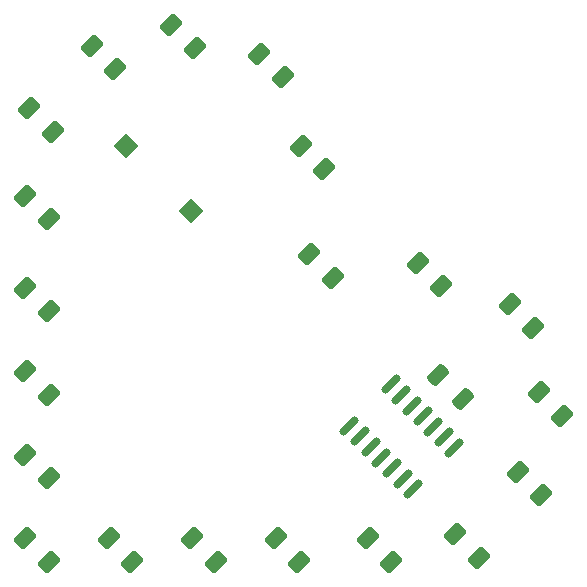
<source format=gbp>
%TF.GenerationSoftware,KiCad,Pcbnew,8.0.4*%
%TF.CreationDate,2024-08-07T01:10:06-04:00*%
%TF.ProjectId,heart-sao,68656172-742d-4736-916f-2e6b69636164,rev?*%
%TF.SameCoordinates,Original*%
%TF.FileFunction,Paste,Bot*%
%TF.FilePolarity,Positive*%
%FSLAX46Y46*%
G04 Gerber Fmt 4.6, Leading zero omitted, Abs format (unit mm)*
G04 Created by KiCad (PCBNEW 8.0.4) date 2024-08-07 01:10:06*
%MOMM*%
%LPD*%
G01*
G04 APERTURE LIST*
G04 Aperture macros list*
%AMRoundRect*
0 Rectangle with rounded corners*
0 $1 Rounding radius*
0 $2 $3 $4 $5 $6 $7 $8 $9 X,Y pos of 4 corners*
0 Add a 4 corners polygon primitive as box body*
4,1,4,$2,$3,$4,$5,$6,$7,$8,$9,$2,$3,0*
0 Add four circle primitives for the rounded corners*
1,1,$1+$1,$2,$3*
1,1,$1+$1,$4,$5*
1,1,$1+$1,$6,$7*
1,1,$1+$1,$8,$9*
0 Add four rect primitives between the rounded corners*
20,1,$1+$1,$2,$3,$4,$5,0*
20,1,$1+$1,$4,$5,$6,$7,0*
20,1,$1+$1,$6,$7,$8,$9,0*
20,1,$1+$1,$8,$9,$2,$3,0*%
%AMRotRect*
0 Rectangle, with rotation*
0 The origin of the aperture is its center*
0 $1 length*
0 $2 width*
0 $3 Rotation angle, in degrees counterclockwise*
0 Add horizontal line*
21,1,$1,$2,0,0,$3*%
G04 Aperture macros list end*
%ADD10RoundRect,0.250000X-0.707107X-0.176777X-0.176777X-0.707107X0.707107X0.176777X0.176777X0.707107X0*%
%ADD11RoundRect,0.250000X-0.689429X-0.229810X-0.229810X-0.689429X0.689429X0.229810X0.229810X0.689429X0*%
%ADD12RotRect,1.500000X1.500000X315.000000*%
%ADD13RoundRect,0.150000X0.477297X0.689429X-0.689429X-0.477297X-0.477297X-0.689429X0.689429X0.477297X0*%
G04 APERTURE END LIST*
D10*
%TO.C,D9*%
X139731643Y-125935310D03*
X141711541Y-127915208D03*
%TD*%
%TO.C,D2*%
X158823543Y-102600810D03*
X160803441Y-104580708D03*
%TD*%
%TO.C,D6*%
X162005543Y-125581810D03*
X163985441Y-127561708D03*
%TD*%
%TO.C,D17*%
X131246343Y-84216010D03*
X133226241Y-86195908D03*
%TD*%
D11*
%TO.C,C1*%
X160538309Y-112093676D03*
X162624275Y-114179642D03*
%TD*%
D10*
%TO.C,D20*%
X148924043Y-92701310D03*
X150903941Y-94681208D03*
%TD*%
%TO.C,D5*%
X167308843Y-120278510D03*
X169288741Y-122258408D03*
%TD*%
%TO.C,D19*%
X145388543Y-84923110D03*
X147368441Y-86903008D03*
%TD*%
D12*
%TO.C,SW1*%
X134074776Y-92701343D03*
X139590208Y-98216775D03*
%TD*%
D10*
%TO.C,D8*%
X146802743Y-125935310D03*
X148782641Y-127915208D03*
%TD*%
%TO.C,D13*%
X125589543Y-111793210D03*
X127569441Y-113773108D03*
%TD*%
%TO.C,D1*%
X149631143Y-101893710D03*
X151611041Y-103873608D03*
%TD*%
%TO.C,D14*%
X125589543Y-104722110D03*
X127569441Y-106702008D03*
%TD*%
%TO.C,D7*%
X154580943Y-125935310D03*
X156560841Y-127915208D03*
%TD*%
%TO.C,D3*%
X166601743Y-106136310D03*
X168581641Y-108116208D03*
%TD*%
%TO.C,D16*%
X125943043Y-89519310D03*
X127922941Y-91499208D03*
%TD*%
%TO.C,D18*%
X137963843Y-82448310D03*
X139943741Y-84428208D03*
%TD*%
%TO.C,D11*%
X125589543Y-125935310D03*
X127569441Y-127915208D03*
%TD*%
%TO.C,D10*%
X132660543Y-125935310D03*
X134640441Y-127915208D03*
%TD*%
%TO.C,D4*%
X169076543Y-113561010D03*
X171056441Y-115540908D03*
%TD*%
D13*
%TO.C,U1*%
X156536012Y-112903834D03*
X157434038Y-113801859D03*
X158332064Y-114699885D03*
X159230089Y-115597911D03*
X160128115Y-116495936D03*
X161026141Y-117393962D03*
X161924166Y-118291988D03*
X158423988Y-121792166D03*
X157525962Y-120894141D03*
X156627936Y-119996115D03*
X155729911Y-119098089D03*
X154831885Y-118200064D03*
X153933859Y-117302038D03*
X153035834Y-116404012D03*
%TD*%
D10*
%TO.C,D15*%
X125589543Y-96943910D03*
X127569441Y-98923808D03*
%TD*%
%TO.C,D12*%
X125589543Y-118864310D03*
X127569441Y-120844208D03*
%TD*%
M02*

</source>
